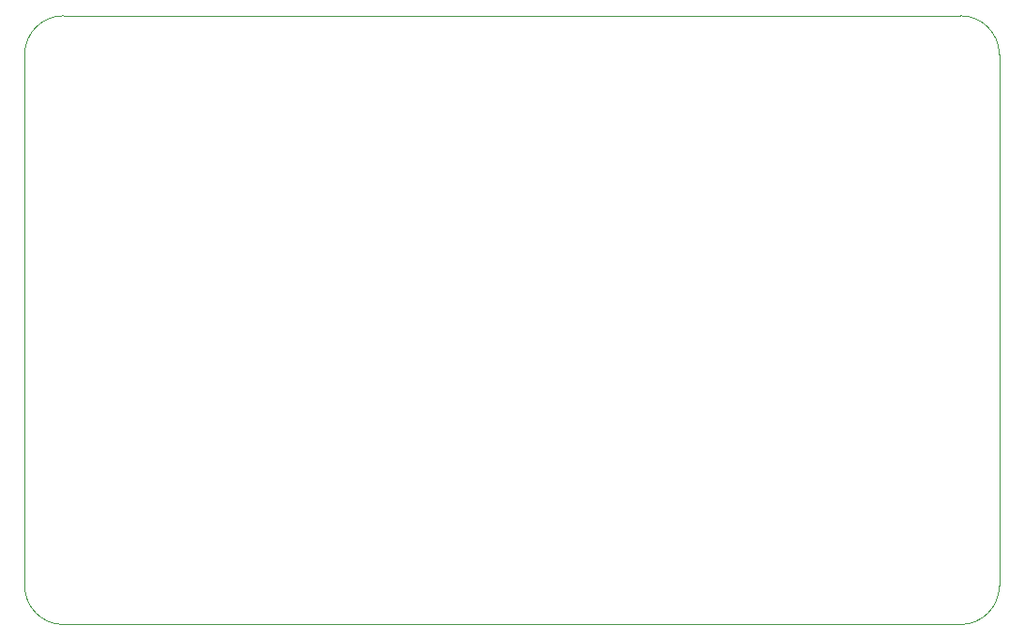
<source format=gbr>
G04 #@! TF.GenerationSoftware,KiCad,Pcbnew,(5.1.4)-1*
G04 #@! TF.CreationDate,2019-11-21T21:18:38+01:00*
G04 #@! TF.ProjectId,asserv_dc,61737365-7276-45f6-9463-2e6b69636164,rev?*
G04 #@! TF.SameCoordinates,Original*
G04 #@! TF.FileFunction,Profile,NP*
%FSLAX46Y46*%
G04 Gerber Fmt 4.6, Leading zero omitted, Abs format (unit mm)*
G04 Created by KiCad (PCBNEW (5.1.4)-1) date 2019-11-21 21:18:38*
%MOMM*%
%LPD*%
G04 APERTURE LIST*
%ADD10C,0.050000*%
G04 APERTURE END LIST*
D10*
X53500000Y-105000000D02*
G75*
G02X50000000Y-101500000I0J3500000D01*
G01*
X138000000Y-101500000D02*
G75*
G02X134500000Y-105000000I-3500000J0D01*
G01*
X134500000Y-50000000D02*
G75*
G02X138000000Y-53500000I0J-3500000D01*
G01*
X50000000Y-53500000D02*
G75*
G02X53500000Y-50000000I3500000J0D01*
G01*
X50000000Y-53500000D02*
X50000000Y-101500000D01*
X53500000Y-105000000D02*
X134500000Y-105000000D01*
X138000000Y-53500000D02*
X138000000Y-101500000D01*
X53500000Y-50000000D02*
X134500000Y-50000000D01*
M02*

</source>
